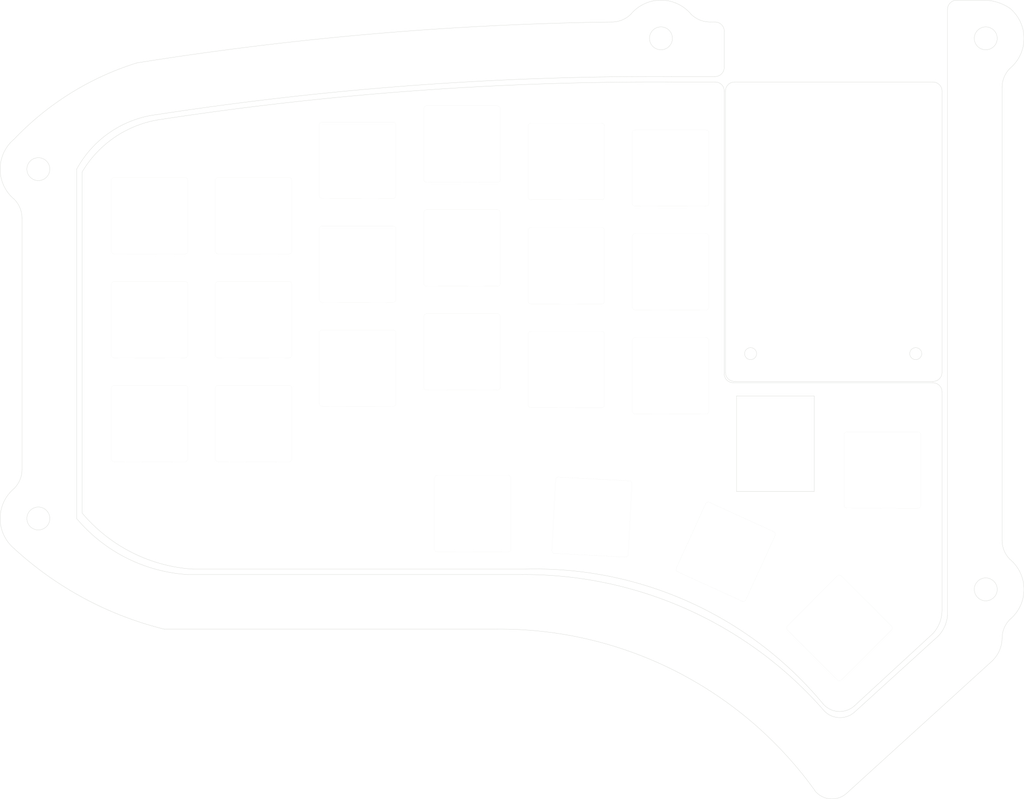
<source format=kicad_pcb>
(kicad_pcb (version 20220427) (generator pcbnew)
  (layers (0 "F.Cu" signal) (31 "B.Cu" signal) (34 "B.Paste" user) (35 "F.Paste" user) (36 "B.SilkS" user "B.Silkscreen") (37 "F.SilkS" user "F.Silkscreen") (38 "B.Mask" user) (39 "F.Mask" user) (44 "Edge.Cuts" user))
  (net 0 "")
  (footprint "acheron_MX_PlateSlots:MX100" (layer "F.Cu") (at 65.879 92.616704)
    (fp_text reference "SW7")
    (fp_text value "SW_Push")
    (fp_line (start -7 -6.5) (end -7 6.490924) (stroke (width 0.010007)) (layer "Edge.Cuts"))
    (fp_line (start -6.5 -7) (end 6.5 -7) (stroke (width 0.010007)) (layer "Edge.Cuts"))
    (fp_line (start -6.5 6.990924) (end 6.5 7) (stroke (width 0.010007)) (layer "Edge.Cuts"))
    (fp_line (start 7 -6.5) (end 7 6.5) (stroke (width 0.010007)) (layer "Edge.Cuts"))
    (fp_arc (start -7 -6.5) (mid -6.853553 -6.853553) (end -6.5 -7) (stroke (width 0.010007)) (layer "Edge.Cuts"))
    (fp_arc (start -6.5 6.990924) (mid -6.853553 6.844477) (end -7 6.490924) (stroke (width 0.010007)) (layer "Edge.Cuts"))
    (fp_arc (start 6.5 -7) (mid 6.853553 -6.853553) (end 7 -6.5) (stroke (width 0.010007)) (layer "Edge.Cuts"))
    (fp_arc (start 7 6.5) (mid 6.853553 6.853553) (end 6.5 7) (stroke (width 0.010007)) (layer "Edge.Cuts"))
  )
  (footprint "acheron_MX_PlateSlots:MX100" (layer "F.Cu") (at 84.929 44.356704)
    (fp_text reference "SW9")
    (fp_text value "SW_Push")
    (fp_line (start -7 -6.5) (end -7 6.490924) (stroke (width 0.010007)) (layer "Edge.Cuts"))
    (fp_line (start -6.5 -7) (end 6.5 -7) (stroke (width 0.010007)) (layer "Edge.Cuts"))
    (fp_line (start -6.5 6.990924) (end 6.5 7) (stroke (width 0.010007)) (layer "Edge.Cuts"))
    (fp_line (start 7 -6.5) (end 7 6.5) (stroke (width 0.010007)) (layer "Edge.Cuts"))
    (fp_arc (start -7 -6.5) (mid -6.853553 -6.853553) (end -6.5 -7) (stroke (width 0.010007)) (layer "Edge.Cuts"))
    (fp_arc (start -6.5 6.990924) (mid -6.853553 6.844477) (end -7 6.490924) (stroke (width 0.010007)) (layer "Edge.Cuts"))
    (fp_arc (start 6.5 -7) (mid 6.853553 -6.853553) (end 7 -6.5) (stroke (width 0.010007)) (layer "Edge.Cuts"))
    (fp_arc (start 7 6.5) (mid 6.853553 6.853553) (end 6.5 7) (stroke (width 0.010007)) (layer "Edge.Cuts"))
  )
  (footprint "acheron_MX_PlateSlots:MX100" (layer "F.Cu") (at 46.829 54.516704)
    (fp_text reference "SW1")
    (fp_text value "SW_Push")
    (fp_line (start -7 -6.5) (end -7 6.490924) (stroke (width 0.010007)) (layer "Edge.Cuts"))
    (fp_line (start -6.5 -7) (end 6.5 -7) (stroke (width 0.010007)) (layer "Edge.Cuts"))
    (fp_line (start -6.5 6.990924) (end 6.5 7) (stroke (width 0.010007)) (layer "Edge.Cuts"))
    (fp_line (start 7 -6.5) (end 7 6.5) (stroke (width 0.010007)) (layer "Edge.Cuts"))
    (fp_arc (start -7 -6.5) (mid -6.853553 -6.853553) (end -6.5 -7) (stroke (width 0.010007)) (layer "Edge.Cuts"))
    (fp_arc (start -6.5 6.990924) (mid -6.853553 6.844477) (end -7 6.490924) (stroke (width 0.010007)) (layer "Edge.Cuts"))
    (fp_arc (start 6.5 -7) (mid 6.853553 -6.853553) (end 7 -6.5) (stroke (width 0.010007)) (layer "Edge.Cuts"))
    (fp_arc (start 7 6.5) (mid 6.853553 6.853553) (end 6.5 7) (stroke (width 0.010007)) (layer "Edge.Cuts"))
  )
  (footprint "acheron_MX_PlateSlots:MX100" (layer "F.Cu") (at 104.056 79.483704)
    (fp_text reference "SW15")
    (fp_text value "SW_Push")
    (fp_line (start -7 -6.5) (end -7 6.490924) (stroke (width 0.010007)) (layer "Edge.Cuts"))
    (fp_line (start -6.5 -7) (end 6.5 -7) (stroke (width 0.010007)) (layer "Edge.Cuts"))
    (fp_line (start -6.5 6.990924) (end 6.5 7) (stroke (width 0.010007)) (layer "Edge.Cuts"))
    (fp_line (start 7 -6.5) (end 7 6.5) (stroke (width 0.010007)) (layer "Edge.Cuts"))
    (fp_arc (start -7 -6.5) (mid -6.853553 -6.853553) (end -6.5 -7) (stroke (width 0.010007)) (layer "Edge.Cuts"))
    (fp_arc (start -6.5 6.990924) (mid -6.853553 6.844477) (end -7 6.490924) (stroke (width 0.010007)) (layer "Edge.Cuts"))
    (fp_arc (start 6.5 -7) (mid 6.853553 -6.853553) (end 7 -6.5) (stroke (width 0.010007)) (layer "Edge.Cuts"))
    (fp_arc (start 7 6.5) (mid 6.853553 6.853553) (end 6.5 7) (stroke (width 0.010007)) (layer "Edge.Cuts"))
  )
  (footprint "acheron_MX_PlateSlots:MX100" (layer "F.Cu") (at 152.366 116.111704 -24.5)
    (fp_text reference "SW12")
    (fp_text value "SW_Push")
    (fp_line (start -7 -6.5) (end -7 6.490924) (stroke (width 0.010007)) (layer "Edge.Cuts"))
    (fp_line (start -6.5 -7) (end 6.5 -7) (stroke (width 0.010007)) (layer "Edge.Cuts"))
    (fp_line (start -6.5 6.990924) (end 6.5 7) (stroke (width 0.010007)) (layer "Edge.Cuts"))
    (fp_line (start 7 -6.5) (end 7 6.5) (stroke (width 0.010007)) (layer "Edge.Cuts"))
    (fp_arc (start -7 -6.5) (mid -6.853554 -6.853553) (end -6.5 -7) (stroke (width 0.010007)) (layer "Edge.Cuts"))
    (fp_arc (start -6.5 6.990924) (mid -6.853554 6.844477) (end -7 6.490924) (stroke (width 0.010007)) (layer "Edge.Cuts"))
    (fp_arc (start 6.5 -7) (mid 6.853553 -6.853554) (end 7 -6.5) (stroke (width 0.010007)) (layer "Edge.Cuts"))
    (fp_arc (start 7 6.5) (mid 6.853554 6.853553) (end 6.5 7) (stroke (width 0.010007)) (layer "Edge.Cuts"))
  )
  (footprint "acheron_MX_PlateSlots:MX100" (layer "F.Cu") (at 84.929 63.406704)
    (fp_text reference "SW10")
    (fp_text value "SW_Push")
    (fp_line (start -7 -6.5) (end -7 6.490924) (stroke (width 0.010007)) (layer "Edge.Cuts"))
    (fp_line (start -6.5 -7) (end 6.5 -7) (stroke (width 0.010007)) (layer "Edge.Cuts"))
    (fp_line (start -6.5 6.990924) (end 6.5 7) (stroke (width 0.010007)) (layer "Edge.Cuts"))
    (fp_line (start 7 -6.5) (end 7 6.5) (stroke (width 0.010007)) (layer "Edge.Cuts"))
    (fp_arc (start -7 -6.5) (mid -6.853553 -6.853553) (end -6.5 -7) (stroke (width 0.010007)) (layer "Edge.Cuts"))
    (fp_arc (start -6.5 6.990924) (mid -6.853553 6.844477) (end -7 6.490924) (stroke (width 0.010007)) (layer "Edge.Cuts"))
    (fp_arc (start 6.5 -7) (mid 6.853553 -6.853553) (end 7 -6.5) (stroke (width 0.010007)) (layer "Edge.Cuts"))
    (fp_arc (start 7 6.5) (mid 6.853553 6.853553) (end 6.5 7) (stroke (width 0.010007)) (layer "Edge.Cuts"))
  )
  (footprint "acheron_MX_PlateSlots:MX100" (layer "F.Cu") (at 123.156 82.710704)
    (fp_text reference "SW19")
    (fp_text value "SW_Push")
    (fp_line (start -7 -6.5) (end -7 6.490924) (stroke (width 0.010007)) (layer "Edge.Cuts"))
    (fp_line (start -6.5 -7) (end 6.5 -7) (stroke (width 0.010007)) (layer "Edge.Cuts"))
    (fp_line (start -6.5 6.990924) (end 6.5 7) (stroke (width 0.010007)) (layer "Edge.Cuts"))
    (fp_line (start 7 -6.5) (end 7 6.5) (stroke (width 0.010007)) (layer "Edge.Cuts"))
    (fp_arc (start -7 -6.5) (mid -6.853553 -6.853553) (end -6.5 -7) (stroke (width 0.010007)) (layer "Edge.Cuts"))
    (fp_arc (start -6.5 6.990924) (mid -6.853553 6.844477) (end -7 6.490924) (stroke (width 0.010007)) (layer "Edge.Cuts"))
    (fp_arc (start 6.5 -7) (mid 6.853553 -6.853553) (end 7 -6.5) (stroke (width 0.010007)) (layer "Edge.Cuts"))
    (fp_arc (start 7 6.5) (mid 6.853553 6.853553) (end 6.5 7) (stroke (width 0.010007)) (layer "Edge.Cuts"))
  )
  (footprint "acheron_MX_PlateSlots:MX100" (layer "F.Cu") (at 65.879 73.566704)
    (fp_text reference "SW6")
    (fp_text value "SW_Push")
    (fp_line (start -7 -6.5) (end -7 6.490924) (stroke (width 0.010007)) (layer "Edge.Cuts"))
    (fp_line (start -6.5 -7) (end 6.5 -7) (stroke (width 0.010007)) (layer "Edge.Cuts"))
    (fp_line (start -6.5 6.990924) (end 6.5 7) (stroke (width 0.010007)) (layer "Edge.Cuts"))
    (fp_line (start 7 -6.5) (end 7 6.5) (stroke (width 0.010007)) (layer "Edge.Cuts"))
    (fp_arc (start -7 -6.5) (mid -6.853553 -6.853553) (end -6.5 -7) (stroke (width 0.010007)) (layer "Edge.Cuts"))
    (fp_arc (start -6.5 6.990924) (mid -6.853553 6.844477) (end -7 6.490924) (stroke (width 0.010007)) (layer "Edge.Cuts"))
    (fp_arc (start 6.5 -7) (mid 6.853553 -6.853553) (end 7 -6.5) (stroke (width 0.010007)) (layer "Edge.Cuts"))
    (fp_arc (start 7 6.5) (mid 6.853553 6.853553) (end 6.5 7) (stroke (width 0.010007)) (layer "Edge.Cuts"))
  )
  (footprint "acheron_MX_PlateSlots:MX100" (layer "F.Cu") (at 127.855 109.761704 -3)
    (fp_text reference "SW8")
    (fp_text value "SW_Push")
    (fp_line (start -7 -6.5) (end -7 6.490924) (stroke (width 0.010007)) (layer "Edge.Cuts"))
    (fp_line (start -6.5 -7) (end 6.5 -7) (stroke (width 0.010007)) (layer "Edge.Cuts"))
    (fp_line (start -6.5 6.990924) (end 6.5 7) (stroke (width 0.010007)) (layer "Edge.Cuts"))
    (fp_line (start 7 -6.5) (end 7 6.5) (stroke (width 0.010007)) (layer "Edge.Cuts"))
    (fp_arc (start -7 -6.5) (mid -6.853553 -6.853553) (end -6.5 -7) (stroke (width 0.010007)) (layer "Edge.Cuts"))
    (fp_arc (start -6.5 6.990924) (mid -6.853553 6.844477) (end -7 6.490924) (stroke (width 0.010007)) (layer "Edge.Cuts"))
    (fp_arc (start 6.5 -7) (mid 6.853553 -6.853553) (end 7 -6.5) (stroke (width 0.010007)) (layer "Edge.Cuts"))
    (fp_arc (start 7 6.5) (mid 6.853553 6.853553) (end 6.5 7) (stroke (width 0.010007)) (layer "Edge.Cuts"))
  )
  (footprint "acheron_MX_PlateSlots:MX100" (layer "F.Cu") (at 142.261 83.853704)
    (fp_text reference "SW23")
    (fp_text value "SW_Push")
    (fp_line (start -7 -6.5) (end -7 6.490924) (stroke (width 0.010007)) (layer "Edge.Cuts"))
    (fp_line (start -6.5 -7) (end 6.5 -7) (stroke (width 0.010007)) (layer "Edge.Cuts"))
    (fp_line (start -6.5 6.990924) (end 6.5 7) (stroke (width 0.010007)) (layer "Edge.Cuts"))
    (fp_line (start 7 -6.5) (end 7 6.5) (stroke (width 0.010007)) (layer "Edge.Cuts"))
    (fp_arc (start -7 -6.5) (mid -6.853553 -6.853553) (end -6.5 -7) (stroke (width 0.010007)) (layer "Edge.Cuts"))
    (fp_arc (start -6.5 6.990924) (mid -6.853553 6.844477) (end -7 6.490924) (stroke (width 0.010007)) (layer "Edge.Cuts"))
    (fp_arc (start 6.5 -7) (mid 6.853553 -6.853553) (end 7 -6.5) (stroke (width 0.010007)) (layer "Edge.Cuts"))
    (fp_arc (start 7 6.5) (mid 6.853553 6.853553) (end 6.5 7) (stroke (width 0.010007)) (layer "Edge.Cuts"))
  )
  (footprint "acheron_MX_PlateSlots:MX100" (layer "F.Cu") (at 104.056 41.383704)
    (fp_text reference "SW13")
    (fp_text value "SW_Push")
    (fp_line (start -7 -6.5) (end -7 6.490924) (stroke (width 0.010007)) (layer "Edge.Cuts"))
    (fp_line (start -6.5 -7) (end 6.5 -7) (stroke (width 0.010007)) (layer "Edge.Cuts"))
    (fp_line (start -6.5 6.990924) (end 6.5 7) (stroke (width 0.010007)) (layer "Edge.Cuts"))
    (fp_line (start 7 -6.5) (end 7 6.5) (stroke (width 0.010007)) (layer "Edge.Cuts"))
    (fp_arc (start -7 -6.5) (mid -6.853553 -6.853553) (end -6.5 -7) (stroke (width 0.010007)) (layer "Edge.Cuts"))
    (fp_arc (start -6.5 6.990924) (mid -6.853553 6.844477) (end -7 6.490924) (stroke (width 0.010007)) (layer "Edge.Cuts"))
    (fp_arc (start 6.5 -7) (mid 6.853553 -6.853553) (end 7 -6.5) (stroke (width 0.010007)) (layer "Edge.Cuts"))
    (fp_arc (start 7 6.5) (mid 6.853553 6.853553) (end 6.5 7) (stroke (width 0.010007)) (layer "Edge.Cuts"))
  )
  (footprint "acheron_MX_PlateSlots:MX100" (layer "F.Cu") (at 104.056 60.433704)
    (fp_text reference "SW14")
    (fp_text value "SW_Push")
    (fp_line (start -7 -6.5) (end -7 6.490924) (stroke (width 0.010007)) (layer "Edge.Cuts"))
    (fp_line (start -6.5 -7) (end 6.5 -7) (stroke (width 0.010007)) (layer "Edge.Cuts"))
    (fp_line (start -6.5 6.990924) (end 6.5 7) (stroke (width 0.010007)) (layer "Edge.Cuts"))
    (fp_line (start 7 -6.5) (end 7 6.5) (stroke (width 0.010007)) (layer "Edge.Cuts"))
    (fp_arc (start -7 -6.5) (mid -6.853553 -6.853553) (end -6.5 -7) (stroke (width 0.010007)) (layer "Edge.Cuts"))
    (fp_arc (start -6.5 6.990924) (mid -6.853553 6.844477) (end -7 6.490924) (stroke (width 0.010007)) (layer "Edge.Cuts"))
    (fp_arc (start 6.5 -7) (mid 6.853553 -6.853553) (end 7 -6.5) (stroke (width 0.010007)) (layer "Edge.Cuts"))
    (fp_arc (start 7 6.5) (mid 6.853553 6.853553) (end 6.5 7) (stroke (width 0.010007)) (layer "Edge.Cuts"))
  )
  (footprint "acheron_MX_PlateSlots:MX100" (layer "F.Cu") (at 142.256 45.783704)
    (fp_text reference "SW21")
    (fp_text value "SW_Push")
    (fp_line (start -7 -6.5) (end -7 6.490924) (stroke (width 0.010007)) (layer "Edge.Cuts"))
    (fp_line (start -6.5 -7) (end 6.5 -7) (stroke (width 0.010007)) (layer "Edge.Cuts"))
    (fp_line (start -6.5 6.990924) (end 6.5 7) (stroke (width 0.010007)) (layer "Edge.Cuts"))
    (fp_line (start 7 -6.5) (end 7 6.5) (stroke (width 0.010007)) (layer "Edge.Cuts"))
    (fp_arc (start -7 -6.5) (mid -6.853553 -6.853553) (end -6.5 -7) (stroke (width 0.010007)) (layer "Edge.Cuts"))
    (fp_arc (start -6.5 6.990924) (mid -6.853553 6.844477) (end -7 6.490924) (stroke (width 0.010007)) (layer "Edge.Cuts"))
    (fp_arc (start 6.5 -7) (mid 6.853553 -6.853553) (end 7 -6.5) (stroke (width 0.010007)) (layer "Edge.Cuts"))
    (fp_arc (start 7 6.5) (mid 6.853553 6.853553) (end 6.5 7) (stroke (width 0.010007)) (layer "Edge.Cuts"))
  )
  (footprint "acheron_MX_PlateSlots:MX100" (layer "F.Cu") (at 84.929 82.456704)
    (fp_text reference "SW11")
    (fp_text value "SW_Push")
    (fp_line (start -7 -6.5) (end -7 6.490924) (stroke (width 0.010007)) (layer "Edge.Cuts"))
    (fp_line (start -6.5 -7) (end 6.5 -7) (stroke (width 0.010007)) (layer "Edge.Cuts"))
    (fp_line (start -6.5 6.990924) (end 6.5 7) (stroke (width 0.010007)) (layer "Edge.Cuts"))
    (fp_line (start 7 -6.5) (end 7 6.5) (stroke (width 0.010007)) (layer "Edge.Cuts"))
    (fp_arc (start -7 -6.5) (mid -6.853553 -6.853553) (end -6.5 -7) (stroke (width 0.010007)) (layer "Edge.Cuts"))
    (fp_arc (start -6.5 6.990924) (mid -6.853553 6.844477) (end -7 6.490924) (stroke (width 0.010007)) (layer "Edge.Cuts"))
    (fp_arc (start 6.5 -7) (mid 6.853553 -6.853553) (end 7 -6.5) (stroke (width 0.010007)) (layer "Edge.Cuts"))
    (fp_arc (start 7 6.5) (mid 6.853553 6.853553) (end 6.5 7) (stroke (width 0.010007)) (layer "Edge.Cuts"))
  )
  (footprint "acheron_MX_PlateSlots:MX100" (layer "F.Cu") (at 181.068 101.125704)
    (fp_text reference "SW20")
    (fp_text value "SW_Push")
    (fp_line (start -7 -6.5) (end -7 6.490924) (stroke (width 0.010007)) (layer "Edge.Cuts"))
    (fp_line (start -6.5 -7) (end 6.5 -7) (stroke (width 0.010007)) (layer "Edge.Cuts"))
    (fp_line (start -6.5 6.990924) (end 6.5 7) (stroke (width 0.010007)) (layer "Edge.Cuts"))
    (fp_line (start 7 -6.5) (end 7 6.5) (stroke (width 0.010007)) (layer "Edge.Cuts"))
    (fp_arc (start -7 -6.5) (mid -6.853553 -6.853553) (end -6.5 -7) (stroke (width 0.010007)) (layer "Edge.Cuts"))
    (fp_arc (start -6.5 6.990924) (mid -6.853553 6.844477) (end -7 6.490924) (stroke (width 0.010007)) (layer "Edge.Cuts"))
    (fp_arc (start 6.5 -7) (mid 6.853553 -6.853553) (end 7 -6.5) (stroke (width 0.010007)) (layer "Edge.Cuts"))
    (fp_arc (start 7 6.5) (mid 6.853553 6.853553) (end 6.5 7) (stroke (width 0.010007)) (layer "Edge.Cuts"))
  )
  (footprint "acheron_MX_PlateSlots:MX100" (layer "F.Cu") (at 46.829 73.566704)
    (fp_text reference "SW2")
    (fp_text value "SW_Push")
    (fp_line (start -7 -6.5) (end -7 6.490924) (stroke (width 0.010007)) (layer "Edge.Cuts"))
    (fp_line (start -6.5 -7) (end 6.5 -7) (stroke (width 0.010007)) (layer "Edge.Cuts"))
    (fp_line (start -6.5 6.990924) (end 6.5 7) (stroke (width 0.010007)) (layer "Edge.Cuts"))
    (fp_line (start 7 -6.5) (end 7 6.5) (stroke (width 0.010007)) (layer "Edge.Cuts"))
    (fp_arc (start -7 -6.5) (mid -6.853553 -6.853553) (end -6.5 -7) (stroke (width 0.010007)) (layer "Edge.Cuts"))
    (fp_arc (start -6.5 6.990924) (mid -6.853553 6.844477) (end -7 6.490924) (stroke (width 0.010007)) (layer "Edge.Cuts"))
    (fp_arc (start 6.5 -7) (mid 6.853553 -6.853553) (end 7 -6.5) (stroke (width 0.010007)) (layer "Edge.Cuts"))
    (fp_arc (start 7 6.5) (mid 6.853553 6.853553) (end 6.5 7) (stroke (width 0.010007)) (layer "Edge.Cuts"))
  )
  (footprint "acheron_MX_PlateSlots:MX100" (layer "F.Cu") (at 106.011 109.126704)
    (fp_text reference "SW4")
    (fp_text value "SW_Push")
    (fp_line (start -7 -6.5) (end -7 6.490924) (stroke (width 0.010007)) (layer "Edge.Cuts"))
    (fp_line (start -6.5 -7) (end 6.5 -7) (stroke (width 0.010007)) (layer "Edge.Cuts"))
    (fp_line (start -6.5 6.990924) (end 6.5 7) (stroke (width 0.010007)) (layer "Edge.Cuts"))
    (fp_line (start 7 -6.5) (end 7 6.5) (stroke (width 0.010007)) (layer "Edge.Cuts"))
    (fp_arc (start -7 -6.5) (mid -6.853553 -6.853553) (end -6.5 -7) (stroke (width 0.010007)) (layer "Edge.Cuts"))
    (fp_arc (start -6.5 6.990924) (mid -6.853553 6.844477) (end -7 6.490924) (stroke (width 0.010007)) (layer "Edge.Cuts"))
    (fp_arc (start 6.5 -7) (mid 6.853553 -6.853553) (end 7 -6.5) (stroke (width 0.010007)) (layer "Edge.Cuts"))
    (fp_arc (start 7 6.5) (mid 6.853553 6.853553) (end 6.5 7) (stroke (width 0.010007)) (layer "Edge.Cuts"))
  )
  (footprint "acheron_MX_PlateSlots:MX100" (layer "F.Cu") (at 173.194 130.081704 -45)
    (fp_text reference "SW16")
    (fp_text value "SW_Push")
    (fp_line (start -7 -6.5) (end -7 6.490924) (stroke (width 0.010007)) (layer "Edge.Cuts"))
    (fp_line (start -6.5 -7) (end 6.5 -7) (stroke (width 0.010007)) (layer "Edge.Cuts"))
    (fp_line (start -6.5 6.990924) (end 6.5 7) (stroke (width 0.010007)) (layer "Edge.Cuts"))
    (fp_line (start 7 -6.5) (end 7 6.5) (stroke (width 0.010007)) (layer "Edge.Cuts"))
    (fp_arc (start -7 -6.5) (mid -6.853554 -6.853553) (end -6.5 -7) (stroke (width 0.010007)) (layer "Edge.Cuts"))
    (fp_arc (start -6.5 6.990924) (mid -6.853553 6.844478) (end -7 6.490924) (stroke (width 0.010007)) (layer "Edge.Cuts"))
    (fp_arc (start 6.5 -7) (mid 6.853553 -6.853554) (end 7 -6.5) (stroke (width 0.010007)) (layer "Edge.Cuts"))
    (fp_arc (start 7 6.5) (mid 6.853554 6.853553) (end 6.5 7) (stroke (width 0.010007)) (layer "Edge.Cuts"))
  )
  (footprint "acheron_MX_PlateSlots:MX100" (layer "F.Cu") (at 123.156 63.683704)
    (fp_text reference "SW18")
    (fp_text value "SW_Push")
    (fp_line (start -7 -6.5) (end -7 6.490924) (stroke (width 0.010007)) (layer "Edge.Cuts"))
    (fp_line (start -6.5 -7) (end 6.5 -7) (stroke (width 0.010007)) (layer "Edge.Cuts"))
    (fp_line (start -6.5 6.990924) (end 6.5 7) (stroke (width 0.010007)) (layer "Edge.Cuts"))
    (fp_line (start 7 -6.5) (end 7 6.5) (stroke (width 0.010007)) (layer "Edge.Cuts"))
    (fp_arc (start -7 -6.5) (mid -6.853553 -6.853553) (end -6.5 -7) (stroke (width 0.010007)) (layer "Edge.Cuts"))
    (fp_arc (start -6.5 6.990924) (mid -6.853553 6.844477) (end -7 6.490924) (stroke (width 0.010007)) (layer "Edge.Cuts"))
    (fp_arc (start 6.5 -7) (mid 6.853553 -6.853553) (end 7 -6.5) (stroke (width 0.010007)) (layer "Edge.Cuts"))
    (fp_arc (start 7 6.5) (mid 6.853553 6.853553) (end 6.5 7) (stroke (width 0.010007)) (layer "Edge.Cuts"))
  )
  (footprint "acheron_MX_PlateSlots:MX100" (layer "F.Cu") (at 142.256 64.796704)
    (fp_text reference "SW22")
    (fp_text value "SW_Push")
    (fp_line (start -7 -6.5) (end -7 6.490924) (stroke (width 0.010007)) (layer "Edge.Cuts"))
    (fp_line (start -6.5 -7) (end 6.5 -7) (stroke (width 0.010007)) (layer "Edge.Cuts"))
    (fp_line (start -6.5 6.990924) (end 6.5 7) (stroke (width 0.010007)) (layer "Edge.Cuts"))
    (fp_line (start 7 -6.5) (end 7 6.5) (stroke (width 0.010007)) (layer "Edge.Cuts"))
    (fp_arc (start -7 -6.5) (mid -6.853553 -6.853553) (end -6.5 -7) (stroke (width 0.010007)) (layer "Edge.Cuts"))
    (fp_arc (start -6.5 6.990924) (mid -6.853553 6.844477) (end -7 6.490924) (stroke (width 0.010007)) (layer "Edge.Cuts"))
    (fp_arc (start 6.5 -7) (mid 6.853553 -6.853553) (end 7 -6.5) (stroke (width 0.010007)) (layer "Edge.Cuts"))
    (fp_arc (start 7 6.5) (mid 6.853553 6.853553) (end 6.5 7) (stroke (width 0.010007)) (layer "Edge.Cuts"))
  )
  (footprint "acheron_MX_PlateSlots:MX100" (layer "F.Cu") (at 123.156 44.583704)
    (fp_text reference "SW17")
    (fp_text value "SW_Push")
    (fp_line (start -7 -6.5) (end -7 6.490924) (stroke (width 0.010007)) (layer "Edge.Cuts"))
    (fp_line (start -6.5 -7) (end 6.5 -7) (stroke (width 0.010007)) (layer "Edge.Cuts"))
    (fp_line (start -6.5 6.990924) (end 6.5 7) (stroke (width 0.010007)) (layer "Edge.Cuts"))
    (fp_line (start 7 -6.5) (end 7 6.5) (stroke (width 0.010007)) (layer "Edge.Cuts"))
    (fp_arc (start -7 -6.5) (mid -6.853553 -6.853553) (end -6.5 -7) (stroke (width 0.010007)) (layer "Edge.Cuts"))
    (fp_arc (start -6.5 6.990924) (mid -6.853553 6.844477) (end -7 6.490924) (stroke (width 0.010007)) (layer "Edge.Cuts"))
    (fp_arc (start 6.5 -7) (mid 6.853553 -6.853553) (end 7 -6.5) (stroke (width 0.010007)) (layer "Edge.Cuts"))
    (fp_arc (start 7 6.5) (mid 6.853553 6.853553) (end 6.5 7) (stroke (width 0.010007)) (layer "Edge.Cuts"))
  )
  (footprint "acheron_MX_PlateSlots:MX100" (layer "F.Cu") (at 65.879 54.516704)
    (fp_text reference "SW5")
    (fp_text value "SW_Push")
    (fp_line (start -7 -6.5) (end -7 6.490924) (stroke (width 0.010007)) (layer "Edge.Cuts"))
    (fp_line (start -6.5 -7) (end 6.5 -7) (stroke (width 0.010007)) (layer "Edge.Cuts"))
    (fp_line (start -6.5 6.990924) (end 6.5 7) (stroke (width 0.010007)) (layer "Edge.Cuts"))
    (fp_line (start 7 -6.5) (end 7 6.5) (stroke (width 0.010007)) (layer "Edge.Cuts"))
    (fp_arc (start -7 -6.5) (mid -6.853553 -6.853553) (end -6.5 -7) (stroke (width 0.010007)) (layer "Edge.Cuts"))
    (fp_arc (start -6.5 6.990924) (mid -6.853553 6.844477) (end -7 6.490924) (stroke (width 0.010007)) (layer "Edge.Cuts"))
    (fp_arc (start 6.5 -7) (mid 6.853553 -6.853553) (end 7 -6.5) (stroke (width 0.010007)) (layer "Edge.Cuts"))
    (fp_arc (start 7 6.5) (mid 6.853553 6.853553) (end 6.5 7) (stroke (width 0.010007)) (layer "Edge.Cuts"))
  )
  (footprint "acheron_MX_PlateSlots:MX100" (layer "F.Cu") (at 46.829 92.616704)
    (fp_text reference "SW3")
    (fp_text value "SW_Push")
    (fp_line (start -7 -6.5) (end -7 6.490924) (stroke (width 0.010007)) (layer "Edge.Cuts"))
    (fp_line (start -6.5 -7) (end 6.5 -7) (stroke (width 0.010007)) (layer "Edge.Cuts"))
    (fp_line (start -6.5 6.990924) (end 6.5 7) (stroke (width 0.010007)) (layer "Edge.Cuts"))
    (fp_line (start 7 -6.5) (end 7 6.5) (stroke (width 0.010007)) (layer "Edge.Cuts"))
    (fp_arc (start -7 -6.5) (mid -6.853553 -6.853553) (end -6.5 -7) (stroke (width 0.010007)) (layer "Edge.Cuts"))
    (fp_arc (start -6.5 6.990924) (mid -6.853553 6.844477) (end -7 6.490924) (stroke (width 0.010007)) (layer "Edge.Cuts"))
    (fp_arc (start 6.5 -7) (mid 6.853553 -6.853553) (end 7 -6.5) (stroke (width 0.010007)) (layer "Edge.Cuts"))
    (fp_arc (start 7 6.5) (mid 6.853553 6.853553) (end 6.5 7) (stroke (width 0.010007)) (layer "Edge.Cuts"))
  )
  (gr_arc (start 110.504895 130.286704) (mid 143.201002 137.996855) (end 168.7 159.875) (stroke (width 0.05)) (layer "Edge.Cuts"))
  (gr_line (start 168.5712 87.536704) (end 154.3472 87.536704) (stroke (width 0.05)) (layer "Edge.Cuts"))
  (gr_circle (center 200 123) (end 202.1 123) (stroke (width 0.05)) (fill none) (layer "Edge.Cuts"))
  (gr_arc (start 33.460211 46) (mid 39.652907 39.162127) (end 48.301954 35.95277) (stroke (width 0.05)) (layer "Edge.Cuts"))
  (gr_circle (center 26.450212 45.975) (end 24.350211 45.975) (stroke (width 0.05)) (fill none) (layer "Edge.Cuts"))
  (gr_line (start 149.5 19.005704) (end 150.4 19.005704) (stroke (width 0.05)) (layer "Edge.Cuts"))
  (gr_arc (start 49.495106 130.286704) (mid 34.818686 124.630767) (end 22.004691 115.510001) (stroke (width 0.05)) (layer "Edge.Cuts"))
  (gr_arc (start 150.4 19.005704) (mid 151.599966 19.50024) (end 152.095 20.7) (stroke (width 0.05)) (layer "Edge.Cuts"))
  (gr_arc (start 22.014904 51.475001) (mid 19.450211 45.975) (end 22.014904 40.475) (stroke (width 0.05)) (layer "Edge.Cuts"))
  (gr_arc (start 135 17.560397) (mid 133.393339 18.630165) (end 131.5 19.005704) (stroke (width 0.05)) (layer "Edge.Cuts"))
  (gr_line (start 191.99 86.78) (end 191.99 126.779704) (stroke (width 0.05)) (layer "Edge.Cuts"))
  (gr_line (start 110.504895 130.286704) (end 49.495106 130.286704) (stroke (width 0.05)) (layer "Edge.Cuts"))
  (gr_line (start 190.317 131.097704) (end 175.988 144.305704) (stroke (width 0.05)) (layer "Edge.Cuts"))
  (gr_circle (center 156.922 79.789704) (end 158.022 79.789704) (stroke (width 0.05)) (fill none) (layer "Edge.Cuts"))
  (gr_arc (start 135 17.560397) (mid 140.5 14.995705) (end 146 17.560397) (stroke (width 0.05)) (layer "Edge.Cuts"))
  (gr_line (start 192.99 16.7) (end 192.99 127.779704) (stroke (width 0.05)) (layer "Edge.Cuts"))
  (gr_line (start 152.095 83.483704) (end 152.095 31.653852) (stroke (width 0.05)) (layer "Edge.Cuts"))
  (gr_circle (center 26.450212 110.01) (end 24.350211 110.01) (stroke (width 0.05)) (fill none) (layer "Edge.Cuts"))
  (gr_arc (start 202.99 31) (mid 203.365539 29.10666) (end 204.435308 27.5) (stroke (width 0.05)) (layer "Edge.Cuts"))
  (gr_arc (start 44.5 26.5) (mid 87.863861 21.172443) (end 131.5 19.005704) (stroke (width 0.05)) (layer "Edge.Cuts"))
  (gr_arc (start 191.99 126.779704) (mid 191.563627 129.097606) (end 190.317 131.097704) (stroke (width 0.05)) (layer "Edge.Cuts"))
  (gr_arc (start 23.460211 101.01) (mid 23.084672 102.903339) (end 22.014904 104.51) (stroke (width 0.05)) (layer "Edge.Cuts"))
  (gr_line (start 153.768 85.131852) (end 190.300563 85.131852) (stroke (width 0.05)) (layer "Edge.Cuts"))
  (gr_arc (start 190.300563 85.131852) (mid 191.487841 85.604772) (end 191.99 86.78) (stroke (width 0.05)) (layer "Edge.Cuts"))
  (gr_circle (center 200 22) (end 202.1 22) (stroke (width 0.05)) (fill none) (layer "Edge.Cuts"))
  (gr_arc (start 149.5 19.005704) (mid 147.60666 18.630166) (end 146 17.560397) (stroke (width 0.05)) (layer "Edge.Cuts"))
  (gr_circle (center 187.172 79.789704) (end 188.272 79.789704) (stroke (width 0.05)) (fill none) (layer "Edge.Cuts"))
  (gr_line (start 33.460211 110.013) (end 33.460211 46) (stroke (width 0.05)) (layer "Edge.Cuts"))
  (gr_arc (start 153.993437 84.883704) (mid 152.811978 84.409784) (end 152.320437 83.235556) (stroke (width 0.05)) (layer "Edge.Cuts"))
  (gr_line (start 190.317 30.005704) (end 153.995 30.005704) (stroke (width 0.05)) (layer "Edge.Cuts"))
  (gr_line (start 154.3472 87.536704) (end 154.3472 105.062704) (stroke (width 0.05)) (layer "Edge.Cuts"))
  (gr_arc (start 22.014904 115.510001) (mid 19.450211 110.01) (end 22.014904 104.51) (stroke (width 0.05)) (layer "Edge.Cuts"))
  (gr_line (start 191.2945 131.556) (end 176.044603 145.42732) (stroke (width 0.05)) (layer "Edge.Cuts"))
  (gr_line (start 191.99 31.662517) (end 191.99 83.211727) (stroke (width 0.05)) (layer "Edge.Cuts"))
  (gr_line (start 115.79 119.286704) (end 54.780211 119.286704) (stroke (width 0.05)) (layer "Edge.Cuts"))
  (gr_arc (start 34.460211 46.515704) (mid 40.32643 40.207693) (end 48.301954 36.95277) (stroke (width 0.05)) (layer "Edge.Cuts"))
  (gr_arc (start 204.435308 117.5) (mid 207 123) (end 204.435308 128.5) (stroke (width 0.05)) (layer "Edge.Cuts"))
  (gr_line (start 168.5712 105.062704) (end 168.5712 87.536704) (stroke (width 0.05)) (layer "Edge.Cuts"))
  (gr_arc (start 115 120.286704) (mid 145.262476 126.633769) (end 170.151276 144.981802) (stroke (width 0.05)) (layer "Edge.Cuts"))
  (gr_arc (start 174.569597 160.327295) (mid 171.525 161.4) (end 168.67627 159.881777) (stroke (width 0.05)) (layer "Edge.Cuts"))
  (gr_line (start 202.99 31) (end 202.99 114) (stroke (width 0.05)) (layer "Edge.Cuts"))
  (gr_arc (start 153.768 85.131852) (mid 152.586549 84.657921) (end 152.095 83.483704) (stroke (width 0.05)) (layer "Edge.Cuts"))
  (gr_arc (start 22.014904 40.475) (mid 32.364951 32.051508) (end 44.5 26.5) (stroke (width 0.05)) (layer "Edge.Cuts"))
  (gr_line (start 23.460211 101.01) (end 23.460211 54.975) (stroke (width 0.05)) (layer "Edge.Cuts"))
  (gr_line (start 152.095 27.3) (end 152.095 20.7) (stroke (width 0.05)) (layer "Edge.Cuts"))
  (gr_line (start 154.3472 105.062704) (end 168.5712 105.062704) (stroke (width 0.05)) (layer "Edge.Cuts"))
  (gr_line (start 194.7 14.995705) (end 199.5 14.995705) (stroke (width 0.05)) (layer "Edge.Cuts"))
  (gr_arc (start 152.095 27.3) (mid 151.600662 28.503798) (end 150.4 29.005704) (stroke (width 0.05)) (layer "Edge.Cuts"))
  (gr_arc (start 115.79 119.286704) (mid 145.759385 125.348081) (end 170.094673 143.860186) (stroke (width 0.05)) (layer "Edge.Cuts"))
  (gr_arc (start 199.5 14.995705) (mid 202.08141 15.374648) (end 204.435308 16.5) (stroke (width 0.05)) (layer "Edge.Cuts"))
  (gr_arc (start 204.435308 16.5) (mid 207 22) (end 204.435308 27.5) (stroke (width 0.05)) (layer "Edge.Cuts"))
  (gr_line (start 142.4005 29.005704) (end 150.4 29.005704) (stroke (width 0.05)) (layer "Edge.Cuts"))
  (gr_circle (center 140.5 21.995705) (end 140.5 19.895704) (stroke (width 0.05)) (fill none) (layer "Edge.Cuts"))
  (gr_arc (start 202.99 132) (mid 202.505463 134.206011) (end 201.23 136.07) (stroke (width 0.05)) (layer "Edge.Cuts"))
  (gr_arc (start 192.99 127.779704) (mid 192.467859 129.81405) (end 191.2945 131.556) (stroke (width 0.05)) (layer "Edge.Cuts"))
  (gr_line (start 34.460211 108.999704) (end 34.460211 46.515704) (stroke (width 0.05)) (layer "Edge.Cuts"))
  (gr_arc (start 176.044603 145.42732) (mid 173.000008 146.500001) (end 170.151276 144.981802) (stroke (width 0.05)) (layer "Edge.Cuts"))
  (gr_arc (start 22.014904 51.475001) (mid 23.084671 53.081661) (end 23.460211 54.975) (stroke (width 0.05)) (layer "Edge.Cuts"))
  (gr_arc (start 202.99 132) (mid 203.365539 130.10666) (end 204.435308 128.5) (stroke (width 0.05)) (layer "Edge.Cuts"))
  (gr_line (start 153.993437 84.883704) (end 190.334741 84.884727) (stroke (width 0.05)) (layer "Edge.Cuts"))
  (gr_arc (start 190.317 30.005704) (mid 191.498958 30.48527) (end 191.99 31.662517) (stroke (width 0.05)) (layer "Edge.Cuts"))
  (gr_arc (start 48.301954 36.95277) (mid 95.214255 31.623942) (end 142.4005 30.005704) (stroke (width 0.05)) (layer "Edge.Cuts"))
  (gr_arc (start 204.435308 117.5) (mid 203.365539 115.893339) (end 202.99 114) (stroke (width 0.05)) (layer "Edge.Cuts"))
  (gr_line (start 201.23 136.07) (end 174.569597 160.327295) (stroke (width 0.05)) (layer "Edge.Cuts"))
  (gr_line (start 115 120.286704) (end 53.8 120.286704) (stroke (width 0.05)) (layer "Edge.Cuts"))
  (gr_arc (start 54.780211 119.286704) (mid 43.565606 116.226375) (end 34.460211 108.999704) (stroke (width 0.05)) (layer "Edge.Cuts"))
  (gr_arc (start 175.988 144.305704) (mid 172.943397 145.378384) (end 170.094673 143.860186) (stroke (width 0.05)) (layer "Edge.Cuts"))
  (gr_arc (start 192.99 16.7) (mid 193.494119 15.495797) (end 194.7 14.995705) (stroke (width 0.05)) (layer "Edge.Cuts"))
  (gr_arc (start 150.422 30.005704) (mid 151.603435 30.479637) (end 152.095 31.653852) (stroke (width 0.05)) (layer "Edge.Cuts"))
  (gr_arc (start 53.8 120.286704) (mid 42.576518 117.235736) (end 33.460211 110.013) (stroke (width 0.05)) (layer "Edge.Cuts"))
  (gr_line (start 152.320437 83.235556) (end 152.322 31.653852) (stroke (width 0.05)) (layer "Edge.Cuts"))
  (gr_line (start 142.4005 30.005704) (end 150.422 30.005704) (stroke (width 0.05)) (layer "Edge.Cuts"))
  (gr_arc (start 191.991554 83.211727) (mid 191.512013 84.393719) (end 190.334741 84.884727) (stroke (width 0.05)) (layer "Edge.Cuts"))
  (gr_arc (start 152.322 31.653852) (mid 152.813554 30.479626) (end 153.995 30.005704) (stroke (width 0.05)) (layer "Edge.Cuts"))
  (gr_arc (start 48.301954 35.95277) (mid 95.214255 30.623942) (end 142.4005 29.005704) (stroke (width 0.05)) (layer "Edge.Cuts"))
)
</source>
